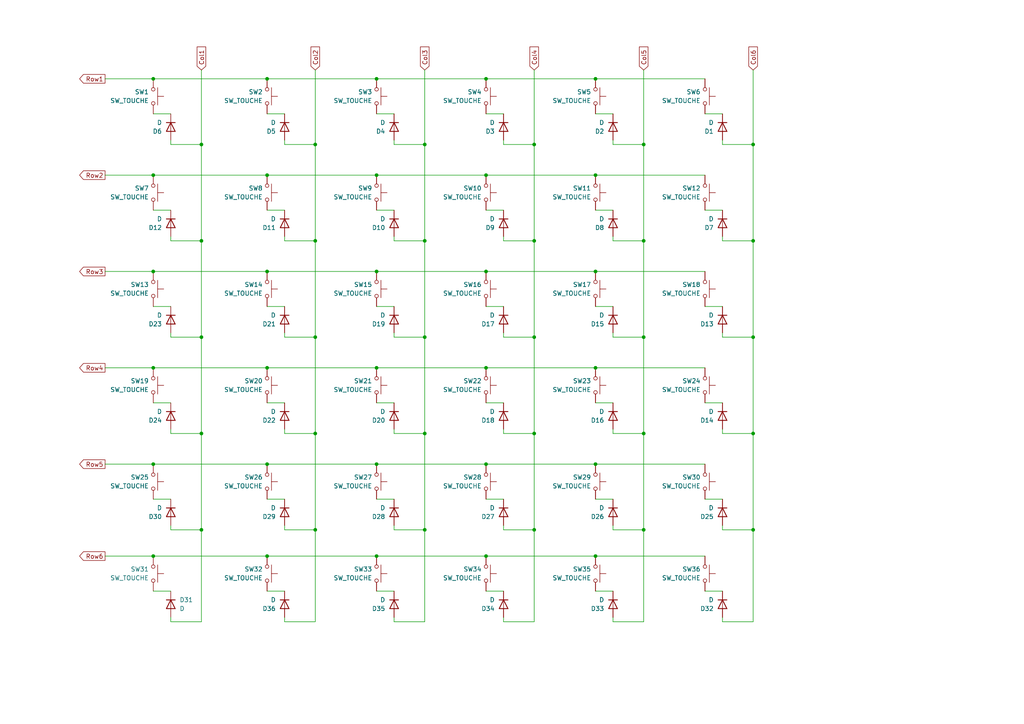
<source format=kicad_sch>
(kicad_sch (version 20231120) (generator "eeschema") (generator_version "8.0")
  (paper "A4")
  (lib_symbols
    (symbol "Device:D" (pin_numbers hide) (pin_names (offset 1.016) hide)
      (property "Reference" "D" (at 0 2.54 0))
      (property "Value" "D" (at 0 -2.54 0))
      (symbol "D_0_1"
        (polyline (pts (xy -1.27 1.27) (xy -1.27 -1.27)) (stroke (width 0.254)))
        (polyline (pts (xy 1.27 0) (xy -1.27 0)))
        (polyline (pts (xy 1.27 1.27) (xy 1.27 -1.27) (xy -1.27 0) (xy 1.27 1.27)) (stroke (width 0.254)))
      )
      (symbol "D_1_1"
        (pin passive line (at -3.81 0 0) (length 2.54) (name "K") (number "1"))
        (pin passive line (at 3.81 0 180) (length 2.54) (name "A") (number "2"))
      )
    )
    (symbol "Switch:SW_Push" (pin_numbers hide) (pin_names (offset 1.016) hide)
      (property "Reference" "SW" (at 1.27 2.54 0))
      (property "Value" "SW_Push" (at 0 -1.524 0))
      (symbol "SW_Push_0_1"
        (circle (center -2.032 0) (radius 0.508))
        (polyline (pts (xy 0 1.27) (xy 0 3.048)))
        (polyline (pts (xy 2.54 1.27) (xy -2.54 1.27)))
        (circle (center 2.032 0) (radius 0.508))
        (pin passive line (at -5.08 0 0) (length 2.54) (name "1") (number "1"))
        (pin passive line (at 5.08 0 180) (length 2.54) (name "2") (number "2"))
      )
    )
  )
  (junction (at 186.69 97.79))
  (junction (at 172.72 22.86))
  (junction (at 172.72 106.68))
  (junction (at 77.47 134.62))
  (junction (at 154.94 125.73))
  (junction (at 186.69 153.67))
  (junction (at 91.44 41.91))
  (junction (at 58.42 69.85))
  (junction (at 58.42 153.67))
  (junction (at 218.44 97.79))
  (junction (at 123.19 41.91))
  (junction (at 172.72 161.29))
  (junction (at 44.45 50.8))
  (junction (at 140.97 78.74))
  (junction (at 109.22 22.86))
  (junction (at 140.97 22.86))
  (junction (at 91.44 69.85))
  (junction (at 154.94 153.67))
  (junction (at 109.22 106.68))
  (junction (at 123.19 97.79))
  (junction (at 218.44 41.91))
  (junction (at 186.69 41.91))
  (junction (at 186.69 69.85))
  (junction (at 44.45 161.29))
  (junction (at 91.44 153.67))
  (junction (at 123.19 125.73))
  (junction (at 109.22 50.8))
  (junction (at 91.44 125.73))
  (junction (at 44.45 78.74))
  (junction (at 109.22 161.29))
  (junction (at 140.97 134.62))
  (junction (at 140.97 106.68))
  (junction (at 58.42 125.73))
  (junction (at 172.72 134.62))
  (junction (at 109.22 78.74))
  (junction (at 186.69 125.73))
  (junction (at 218.44 125.73))
  (junction (at 44.45 22.86))
  (junction (at 140.97 50.8))
  (junction (at 77.47 22.86))
  (junction (at 172.72 50.8))
  (junction (at 154.94 97.79))
  (junction (at 123.19 153.67))
  (junction (at 58.42 41.91))
  (junction (at 172.72 78.74))
  (junction (at 91.44 97.79))
  (junction (at 77.47 78.74))
  (junction (at 218.44 69.85))
  (junction (at 154.94 41.91))
  (junction (at 44.45 134.62))
  (junction (at 77.47 161.29))
  (junction (at 123.19 69.85))
  (junction (at 58.42 97.79))
  (junction (at 44.45 106.68))
  (junction (at 140.97 161.29))
  (junction (at 154.94 69.85))
  (junction (at 77.47 50.8))
  (junction (at 218.44 153.67))
  (junction (at 77.47 106.68))
  (junction (at 109.22 134.62))
  (wire (pts (xy 58.42 125.73) (xy 58.42 153.67)))
  (wire (pts (xy 82.55 41.91) (xy 91.44 41.91)))
  (wire (pts (xy 82.55 144.78) (xy 77.47 144.78)))
  (wire (pts (xy 146.05 97.79) (xy 154.94 97.79)))
  (wire (pts (xy 82.55 116.84) (xy 77.47 116.84)))
  (wire (pts (xy 146.05 124.46) (xy 146.05 125.73)))
  (wire (pts (xy 30.48 22.86) (xy 44.45 22.86)))
  (wire (pts (xy 30.48 78.74) (xy 44.45 78.74)))
  (wire (pts (xy 154.94 69.85) (xy 154.94 97.79)))
  (wire (pts (xy 49.53 124.46) (xy 49.53 125.73)))
  (wire (pts (xy 58.42 41.91) (xy 58.42 69.85)))
  (wire (pts (xy 114.3 179.07) (xy 114.3 180.34)))
  (wire (pts (xy 218.44 153.67) (xy 218.44 180.34)))
  (wire (pts (xy 77.47 60.96) (xy 82.55 60.96)))
  (wire (pts (xy 109.22 134.62) (xy 140.97 134.62)))
  (wire (pts (xy 49.53 152.4) (xy 49.53 153.67)))
  (wire (pts (xy 82.55 180.34) (xy 91.44 180.34)))
  (wire (pts (xy 49.53 33.02) (xy 44.45 33.02)))
  (wire (pts (xy 49.53 180.34) (xy 58.42 180.34)))
  (wire (pts (xy 209.55 60.96) (xy 204.47 60.96)))
  (wire (pts (xy 109.22 60.96) (xy 114.3 60.96)))
  (wire (pts (xy 49.53 60.96) (xy 44.45 60.96)))
  (wire (pts (xy 30.48 134.62) (xy 44.45 134.62)))
  (wire (pts (xy 49.53 153.67) (xy 58.42 153.67)))
  (wire (pts (xy 154.94 97.79) (xy 154.94 125.73)))
  (wire (pts (xy 123.19 41.91) (xy 123.19 69.85)))
  (wire (pts (xy 44.45 22.86) (xy 77.47 22.86)))
  (wire (pts (xy 114.3 125.73) (xy 123.19 125.73)))
  (wire (pts (xy 58.42 20.32) (xy 58.42 41.91)))
  (wire (pts (xy 91.44 69.85) (xy 91.44 97.79)))
  (wire (pts (xy 77.47 106.68) (xy 109.22 106.68)))
  (wire (pts (xy 209.55 125.73) (xy 218.44 125.73)))
  (wire (pts (xy 82.55 96.52) (xy 82.55 97.79)))
  (wire (pts (xy 114.3 96.52) (xy 114.3 97.79)))
  (wire (pts (xy 146.05 96.52) (xy 146.05 97.79)))
  (wire (pts (xy 209.55 152.4) (xy 209.55 153.67)))
  (wire (pts (xy 186.69 153.67) (xy 186.69 180.34)))
  (wire (pts (xy 44.45 78.74) (xy 77.47 78.74)))
  (wire (pts (xy 44.45 106.68) (xy 77.47 106.68)))
  (wire (pts (xy 49.53 125.73) (xy 58.42 125.73)))
  (wire (pts (xy 77.47 78.74) (xy 109.22 78.74)))
  (wire (pts (xy 209.55 41.91) (xy 218.44 41.91)))
  (wire (pts (xy 58.42 69.85) (xy 58.42 97.79)))
  (wire (pts (xy 140.97 161.29) (xy 172.72 161.29)))
  (wire (pts (xy 177.8 153.67) (xy 186.69 153.67)))
  (wire (pts (xy 114.3 152.4) (xy 114.3 153.67)))
  (wire (pts (xy 49.53 41.91) (xy 58.42 41.91)))
  (wire (pts (xy 146.05 153.67) (xy 154.94 153.67)))
  (wire (pts (xy 172.72 88.9) (xy 177.8 88.9)))
  (wire (pts (xy 123.19 153.67) (xy 123.19 180.34)))
  (wire (pts (xy 146.05 68.58) (xy 146.05 69.85)))
  (wire (pts (xy 177.8 116.84) (xy 172.72 116.84)))
  (wire (pts (xy 209.55 97.79) (xy 218.44 97.79)))
  (wire (pts (xy 49.53 171.45) (xy 44.45 171.45)))
  (wire (pts (xy 114.3 33.02) (xy 109.22 33.02)))
  (wire (pts (xy 177.8 125.73) (xy 186.69 125.73)))
  (wire (pts (xy 177.8 96.52) (xy 177.8 97.79)))
  (wire (pts (xy 154.94 153.67) (xy 154.94 180.34)))
  (wire (pts (xy 114.3 144.78) (xy 109.22 144.78)))
  (wire (pts (xy 123.19 20.32) (xy 123.19 41.91)))
  (wire (pts (xy 177.8 40.64) (xy 177.8 41.91)))
  (wire (pts (xy 109.22 50.8) (xy 140.97 50.8)))
  (wire (pts (xy 30.48 106.68) (xy 44.45 106.68)))
  (wire (pts (xy 177.8 33.02) (xy 172.72 33.02)))
  (wire (pts (xy 82.55 125.73) (xy 91.44 125.73)))
  (wire (pts (xy 177.8 171.45) (xy 172.72 171.45)))
  (wire (pts (xy 177.8 144.78) (xy 172.72 144.78)))
  (wire (pts (xy 114.3 153.67) (xy 123.19 153.67)))
  (wire (pts (xy 91.44 97.79) (xy 91.44 125.73)))
  (wire (pts (xy 77.47 161.29) (xy 109.22 161.29)))
  (wire (pts (xy 172.72 78.74) (xy 204.47 78.74)))
  (wire (pts (xy 58.42 97.79) (xy 58.42 125.73)))
  (wire (pts (xy 82.55 33.02) (xy 77.47 33.02)))
  (wire (pts (xy 44.45 161.29) (xy 77.47 161.29)))
  (wire (pts (xy 177.8 180.34) (xy 186.69 180.34)))
  (wire (pts (xy 44.45 134.62) (xy 77.47 134.62)))
  (wire (pts (xy 91.44 41.91) (xy 91.44 69.85)))
  (wire (pts (xy 172.72 134.62) (xy 204.47 134.62)))
  (wire (pts (xy 146.05 180.34) (xy 154.94 180.34)))
  (wire (pts (xy 209.55 171.45) (xy 204.47 171.45)))
  (wire (pts (xy 172.72 60.96) (xy 177.8 60.96)))
  (wire (pts (xy 58.42 153.67) (xy 58.42 180.34)))
  (wire (pts (xy 177.8 97.79) (xy 186.69 97.79)))
  (wire (pts (xy 172.72 106.68) (xy 204.47 106.68)))
  (wire (pts (xy 82.55 69.85) (xy 91.44 69.85)))
  (wire (pts (xy 186.69 97.79) (xy 186.69 125.73)))
  (wire (pts (xy 44.45 50.8) (xy 77.47 50.8)))
  (wire (pts (xy 209.55 33.02) (xy 204.47 33.02)))
  (wire (pts (xy 82.55 153.67) (xy 91.44 153.67)))
  (wire (pts (xy 146.05 144.78) (xy 140.97 144.78)))
  (wire (pts (xy 146.05 179.07) (xy 146.05 180.34)))
  (wire (pts (xy 109.22 22.86) (xy 140.97 22.86)))
  (wire (pts (xy 209.55 116.84) (xy 204.47 116.84)))
  (wire (pts (xy 209.55 68.58) (xy 209.55 69.85)))
  (wire (pts (xy 146.05 116.84) (xy 140.97 116.84)))
  (wire (pts (xy 123.19 97.79) (xy 123.19 125.73)))
  (wire (pts (xy 209.55 88.9) (xy 204.47 88.9)))
  (wire (pts (xy 49.53 69.85) (xy 58.42 69.85)))
  (wire (pts (xy 49.53 68.58) (xy 49.53 69.85)))
  (wire (pts (xy 114.3 171.45) (xy 109.22 171.45)))
  (wire (pts (xy 218.44 41.91) (xy 218.44 69.85)))
  (wire (pts (xy 82.55 171.45) (xy 77.47 171.45)))
  (wire (pts (xy 140.97 22.86) (xy 172.72 22.86)))
  (wire (pts (xy 209.55 153.67) (xy 218.44 153.67)))
  (wire (pts (xy 146.05 152.4) (xy 146.05 153.67)))
  (wire (pts (xy 114.3 124.46) (xy 114.3 125.73)))
  (wire (pts (xy 30.48 50.8) (xy 44.45 50.8)))
  (wire (pts (xy 49.53 179.07) (xy 49.53 180.34)))
  (wire (pts (xy 140.97 106.68) (xy 172.72 106.68)))
  (wire (pts (xy 146.05 125.73) (xy 154.94 125.73)))
  (wire (pts (xy 209.55 144.78) (xy 204.47 144.78)))
  (wire (pts (xy 186.69 125.73) (xy 186.69 153.67)))
  (wire (pts (xy 114.3 69.85) (xy 123.19 69.85)))
  (wire (pts (xy 146.05 41.91) (xy 154.94 41.91)))
  (wire (pts (xy 177.8 179.07) (xy 177.8 180.34)))
  (wire (pts (xy 209.55 180.34) (xy 218.44 180.34)))
  (wire (pts (xy 209.55 69.85) (xy 218.44 69.85)))
  (wire (pts (xy 109.22 106.68) (xy 140.97 106.68)))
  (wire (pts (xy 140.97 88.9) (xy 146.05 88.9)))
  (wire (pts (xy 172.72 22.86) (xy 204.47 22.86)))
  (wire (pts (xy 82.55 40.64) (xy 82.55 41.91)))
  (wire (pts (xy 77.47 50.8) (xy 109.22 50.8)))
  (wire (pts (xy 82.55 152.4) (xy 82.55 153.67)))
  (wire (pts (xy 177.8 69.85) (xy 186.69 69.85)))
  (wire (pts (xy 146.05 40.64) (xy 146.05 41.91)))
  (wire (pts (xy 140.97 60.96) (xy 146.05 60.96)))
  (wire (pts (xy 140.97 134.62) (xy 172.72 134.62)))
  (wire (pts (xy 114.3 68.58) (xy 114.3 69.85)))
  (wire (pts (xy 154.94 20.32) (xy 154.94 41.91)))
  (wire (pts (xy 91.44 153.67) (xy 91.44 180.34)))
  (wire (pts (xy 123.19 125.73) (xy 123.19 153.67)))
  (wire (pts (xy 186.69 41.91) (xy 186.69 69.85)))
  (wire (pts (xy 82.55 68.58) (xy 82.55 69.85)))
  (wire (pts (xy 91.44 125.73) (xy 91.44 153.67)))
  (wire (pts (xy 49.53 144.78) (xy 44.45 144.78)))
  (wire (pts (xy 218.44 97.79) (xy 218.44 125.73)))
  (wire (pts (xy 114.3 116.84) (xy 109.22 116.84)))
  (wire (pts (xy 218.44 69.85) (xy 218.44 97.79)))
  (wire (pts (xy 140.97 78.74) (xy 172.72 78.74)))
  (wire (pts (xy 218.44 20.32) (xy 218.44 41.91)))
  (wire (pts (xy 49.53 40.64) (xy 49.53 41.91)))
  (wire (pts (xy 91.44 20.32) (xy 91.44 41.91)))
  (wire (pts (xy 172.72 161.29) (xy 204.47 161.29)))
  (wire (pts (xy 146.05 69.85) (xy 154.94 69.85)))
  (wire (pts (xy 82.55 179.07) (xy 82.55 180.34)))
  (wire (pts (xy 82.55 124.46) (xy 82.55 125.73)))
  (wire (pts (xy 114.3 97.79) (xy 123.19 97.79)))
  (wire (pts (xy 114.3 180.34) (xy 123.19 180.34)))
  (wire (pts (xy 209.55 124.46) (xy 209.55 125.73)))
  (wire (pts (xy 49.53 88.9) (xy 44.45 88.9)))
  (wire (pts (xy 109.22 161.29) (xy 140.97 161.29)))
  (wire (pts (xy 140.97 50.8) (xy 172.72 50.8)))
  (wire (pts (xy 114.3 41.91) (xy 123.19 41.91)))
  (wire (pts (xy 209.55 40.64) (xy 209.55 41.91)))
  (wire (pts (xy 109.22 88.9) (xy 114.3 88.9)))
  (wire (pts (xy 49.53 116.84) (xy 44.45 116.84)))
  (wire (pts (xy 154.94 41.91) (xy 154.94 69.85)))
  (wire (pts (xy 154.94 125.73) (xy 154.94 153.67)))
  (wire (pts (xy 209.55 96.52) (xy 209.55 97.79)))
  (wire (pts (xy 146.05 171.45) (xy 140.97 171.45)))
  (wire (pts (xy 123.19 69.85) (xy 123.19 97.79)))
  (wire (pts (xy 177.8 68.58) (xy 177.8 69.85)))
  (wire (pts (xy 186.69 69.85) (xy 186.69 97.79)))
  (wire (pts (xy 77.47 88.9) (xy 82.55 88.9)))
  (wire (pts (xy 49.53 97.79) (xy 58.42 97.79)))
  (wire (pts (xy 209.55 179.07) (xy 209.55 180.34)))
  (wire (pts (xy 77.47 22.86) (xy 109.22 22.86)))
  (wire (pts (xy 218.44 125.73) (xy 218.44 153.67)))
  (wire (pts (xy 177.8 124.46) (xy 177.8 125.73)))
  (wire (pts (xy 114.3 40.64) (xy 114.3 41.91)))
  (wire (pts (xy 146.05 33.02) (xy 140.97 33.02)))
  (wire (pts (xy 82.55 97.79) (xy 91.44 97.79)))
  (wire (pts (xy 109.22 78.74) (xy 140.97 78.74)))
  (wire (pts (xy 186.69 20.32) (xy 186.69 41.91)))
  (wire (pts (xy 77.47 134.62) (xy 109.22 134.62)))
  (wire (pts (xy 172.72 50.8) (xy 204.47 50.8)))
  (wire (pts (xy 30.48 161.29) (xy 44.45 161.29)))
  (wire (pts (xy 49.53 96.52) (xy 49.53 97.79)))
  (wire (pts (xy 177.8 41.91) (xy 186.69 41.91)))
  (wire (pts (xy 177.8 152.4) (xy 177.8 153.67)))
  (global_label "Row6" (shape output) (at 30.48 161.29 180) (property "Intersheetrefs" "${INTERSHEET_REFS}" (effects (hide yes))))
  (global_label "Col3" (shape input) (at 123.19 20.32 90) (property "Intersheetrefs" "${INTERSHEET_REFS}" (effects (hide yes))))
  (global_label "Col2" (shape input) (at 91.44 20.32 90) (property "Intersheetrefs" "${INTERSHEET_REFS}" (effects (hide yes))))
  (global_label "Row2" (shape output) (at 30.48 50.8 180) (property "Intersheetrefs" "${INTERSHEET_REFS}" (effects (hide yes))))
  (global_label "Col1" (shape input) (at 58.42 20.32 90) (property "Intersheetrefs" "${INTERSHEET_REFS}" (effects (hide yes))))
  (global_label "Col6" (shape input) (at 218.44 20.32 90) (property "Intersheetrefs" "${INTERSHEET_REFS}" (effects (hide yes))))
  (global_label "Row5" (shape output) (at 30.48 134.62 180) (property "Intersheetrefs" "${INTERSHEET_REFS}" (effects (hide yes))))
  (global_label "Row1" (shape output) (at 30.48 22.86 180) (property "Intersheetrefs" "${INTERSHEET_REFS}" (effects (hide yes))))
  (global_label "Row3" (shape output) (at 30.48 78.74 180) (property "Intersheetrefs" "${INTERSHEET_REFS}" (effects (hide yes))))
  (global_label "Col4" (shape input) (at 154.94 20.32 90) (property "Intersheetrefs" "${INTERSHEET_REFS}" (effects (hide yes))))
  (global_label "Col5" (shape input) (at 186.69 20.32 90) (property "Intersheetrefs" "${INTERSHEET_REFS}" (effects (hide yes))))
  (global_label "Row4" (shape output) (at 30.48 106.68 180) (property "Intersheetrefs" "${INTERSHEET_REFS}" (effects (hide yes))))
  (symbol (lib_id "Switch:SW_Push") (at 77.47 55.88 270) (unit 1)
    (property "Reference" "SW8" (at 76.2 54.6099 90) (effects (justify right)))
    (property "Value" "SW_TOUCHE" (at 76.2 57.1499 90) (effects (justify right)))
    (property "Footprint" "Button_Switch_THT:SW_PUSH_6mm" (effects (hide yes)))
    (property "Description" "Push button switch, generic, two pins" (effects (hide yes)))
  )
  (symbol (lib_id "Switch:SW_Push") (at 77.47 139.7 270) (unit 1)
    (property "Reference" "SW26" (at 76.2 138.4299 90) (effects (justify right)))
    (property "Value" "SW_TOUCHE" (at 76.2 140.9699 90) (effects (justify right)))
    (property "Footprint" "Button_Switch_THT:SW_PUSH_6mm" (effects (hide yes)))
    (property "Description" "Push button switch, generic, two pins" (effects (hide yes)))
  )
  (symbol (lib_id "Device:D") (at 177.8 92.71 270) (unit 1)
    (property "Reference" "D15" (at 175.26 93.9801 90) (effects (justify right)))
    (property "Value" "D" (at 175.26 91.4401 90) (effects (justify right)))
    (property "Footprint" "Resistor_THT:R_Axial_DIN0204_L3.6mm_D1.6mm_P5.08mm_Horizontal" (effects (hide yes)))
    (property "Description" "Diode" (effects (hide yes)))
    (property "Sim.Device" "D" (effects (hide yes)))
    (property "Sim.Pins" "1=K 2=A" (effects (hide yes)))
  )
  (symbol (lib_id "Switch:SW_Push") (at 109.22 83.82 270) (unit 1)
    (property "Reference" "SW15" (at 107.95 82.5499 90) (effects (justify right)))
    (property "Value" "SW_TOUCHE" (at 107.95 85.0899 90) (effects (justify right)))
    (property "Footprint" "Button_Switch_THT:SW_PUSH_6mm" (effects (hide yes)))
    (property "Description" "Push button switch, generic, two pins" (effects (hide yes)))
  )
  (symbol (lib_id "Device:D") (at 82.55 92.71 270) (unit 1)
    (property "Reference" "D21" (at 80.01 93.9801 90) (effects (justify right)))
    (property "Value" "D" (at 80.01 91.4401 90) (effects (justify right)))
    (property "Footprint" "Resistor_THT:R_Axial_DIN0204_L3.6mm_D1.6mm_P5.08mm_Horizontal" (effects (hide yes)))
    (property "Description" "Diode" (effects (hide yes)))
    (property "Sim.Device" "D" (effects (hide yes)))
    (property "Sim.Pins" "1=K 2=A" (effects (hide yes)))
  )
  (symbol (lib_id "Switch:SW_Push") (at 172.72 166.37 270) (unit 1)
    (property "Reference" "SW35" (at 171.45 165.0999 90) (effects (justify right)))
    (property "Value" "SW_TOUCHE" (at 171.45 167.6399 90) (effects (justify right)))
    (property "Footprint" "Button_Switch_THT:SW_PUSH_6mm" (effects (hide yes)))
    (property "Description" "Push button switch, generic, two pins" (effects (hide yes)))
  )
  (symbol (lib_id "Switch:SW_Push") (at 140.97 83.82 270) (unit 1)
    (property "Reference" "SW16" (at 139.7 82.5499 90) (effects (justify right)))
    (property "Value" "SW_TOUCHE" (at 139.7 85.0899 90) (effects (justify right)))
    (property "Footprint" "Button_Switch_THT:SW_PUSH_6mm" (effects (hide yes)))
    (property "Description" "Push button switch, generic, two pins" (effects (hide yes)))
  )
  (symbol (lib_id "Device:D") (at 82.55 64.77 270) (unit 1)
    (property "Reference" "D11" (at 80.01 66.0401 90) (effects (justify right)))
    (property "Value" "D" (at 80.01 63.5001 90) (effects (justify right)))
    (property "Footprint" "Resistor_THT:R_Axial_DIN0204_L3.6mm_D1.6mm_P5.08mm_Horizontal" (effects (hide yes)))
    (property "Description" "Diode" (effects (hide yes)))
    (property "Sim.Device" "D" (effects (hide yes)))
    (property "Sim.Pins" "1=K 2=A" (effects (hide yes)))
  )
  (symbol (lib_id "Switch:SW_Push") (at 140.97 166.37 270) (unit 1)
    (property "Reference" "SW34" (at 139.7 165.0999 90) (effects (justify right)))
    (property "Value" "SW_TOUCHE" (at 139.7 167.6399 90) (effects (justify right)))
    (property "Footprint" "Button_Switch_THT:SW_PUSH_6mm" (effects (hide yes)))
    (property "Description" "Push button switch, generic, two pins" (effects (hide yes)))
  )
  (symbol (lib_id "Switch:SW_Push") (at 109.22 55.88 270) (unit 1)
    (property "Reference" "SW9" (at 107.95 54.6099 90) (effects (justify right)))
    (property "Value" "SW_TOUCHE" (at 107.95 57.1499 90) (effects (justify right)))
    (property "Footprint" "Button_Switch_THT:SW_PUSH_6mm" (effects (hide yes)))
    (property "Description" "Push button switch, generic, two pins" (effects (hide yes)))
  )
  (symbol (lib_id "Device:D") (at 49.53 148.59 270) (unit 1)
    (property "Reference" "D30" (at 46.99 149.8601 90) (effects (justify right)))
    (property "Value" "D" (at 46.99 147.3201 90) (effects (justify right)))
    (property "Footprint" "Resistor_THT:R_Axial_DIN0204_L3.6mm_D1.6mm_P5.08mm_Horizontal" (effects (hide yes)))
    (property "Description" "Diode" (effects (hide yes)))
    (property "Sim.Device" "D" (effects (hide yes)))
    (property "Sim.Pins" "1=K 2=A" (effects (hide yes)))
  )
  (symbol (lib_id "Switch:SW_Push") (at 140.97 111.76 270) (unit 1)
    (property "Reference" "SW22" (at 139.7 110.4899 90) (effects (justify right)))
    (property "Value" "SW_TOUCHE" (at 139.7 113.0299 90) (effects (justify right)))
    (property "Footprint" "Button_Switch_THT:SW_PUSH_6mm" (effects (hide yes)))
    (property "Description" "Push button switch, generic, two pins" (effects (hide yes)))
  )
  (symbol (lib_id "Switch:SW_Push") (at 77.47 111.76 270) (unit 1)
    (property "Reference" "SW20" (at 76.2 110.4899 90) (effects (justify right)))
    (property "Value" "SW_TOUCHE" (at 76.2 113.0299 90) (effects (justify right)))
    (property "Footprint" "Button_Switch_THT:SW_PUSH_6mm" (effects (hide yes)))
    (property "Description" "Push button switch, generic, two pins" (effects (hide yes)))
  )
  (symbol (lib_id "Device:D") (at 209.55 36.83 270) (unit 1)
    (property "Reference" "D1" (at 207.01 38.1001 90) (effects (justify right)))
    (property "Value" "D" (at 207.01 35.5601 90) (effects (justify right)))
    (property "Footprint" "Resistor_THT:R_Axial_DIN0204_L3.6mm_D1.6mm_P5.08mm_Horizontal" (effects (hide yes)))
    (property "Description" "Diode" (effects (hide yes)))
    (property "Sim.Device" "D" (effects (hide yes)))
    (property "Sim.Pins" "1=K 2=A" (effects (hide yes)))
  )
  (symbol (lib_id "Switch:SW_Push") (at 172.72 27.94 270) (unit 1)
    (property "Reference" "SW5" (at 171.45 26.6699 90) (effects (justify right)))
    (property "Value" "SW_TOUCHE" (at 171.45 29.2099 90) (effects (justify right)))
    (property "Footprint" "Button_Switch_THT:SW_PUSH_6mm" (effects (hide yes)))
    (property "Description" "Push button switch, generic, two pins" (effects (hide yes)))
  )
  (symbol (lib_id "Device:D") (at 146.05 64.77 270) (unit 1)
    (property "Reference" "D9" (at 143.51 66.0401 90) (effects (justify right)))
    (property "Value" "D" (at 143.51 63.5001 90) (effects (justify right)))
    (property "Footprint" "Resistor_THT:R_Axial_DIN0204_L3.6mm_D1.6mm_P5.08mm_Horizontal" (effects (hide yes)))
    (property "Description" "Diode" (effects (hide yes)))
    (property "Sim.Device" "D" (effects (hide yes)))
    (property "Sim.Pins" "1=K 2=A" (effects (hide yes)))
  )
  (symbol (lib_id "Switch:SW_Push") (at 204.47 139.7 270) (unit 1)
    (property "Reference" "SW30" (at 203.2 138.4299 90) (effects (justify right)))
    (property "Value" "SW_TOUCHE" (at 203.2 140.9699 90) (effects (justify right)))
    (property "Footprint" "Button_Switch_THT:SW_PUSH_6mm" (effects (hide yes)))
    (property "Description" "Push button switch, generic, two pins" (effects (hide yes)))
  )
  (symbol (lib_id "Switch:SW_Push") (at 109.22 111.76 270) (unit 1)
    (property "Reference" "SW21" (at 107.95 110.4899 90) (effects (justify right)))
    (property "Value" "SW_TOUCHE" (at 107.95 113.0299 90) (effects (justify right)))
    (property "Footprint" "Button_Switch_THT:SW_PUSH_6mm" (effects (hide yes)))
    (property "Description" "Push button switch, generic, two pins" (effects (hide yes)))
  )
  (symbol (lib_id "Device:D") (at 114.3 148.59 270) (unit 1)
    (property "Reference" "D28" (at 111.76 149.8601 90) (effects (justify right)))
    (property "Value" "D" (at 111.76 147.3201 90) (effects (justify right)))
    (property "Footprint" "Resistor_THT:R_Axial_DIN0204_L3.6mm_D1.6mm_P5.08mm_Horizontal" (effects (hide yes)))
    (property "Description" "Diode" (effects (hide yes)))
    (property "Sim.Device" "D" (effects (hide yes)))
    (property "Sim.Pins" "1=K 2=A" (effects (hide yes)))
  )
  (symbol (lib_id "Switch:SW_Push") (at 172.72 55.88 270) (unit 1)
    (property "Reference" "SW11" (at 171.45 54.6099 90) (effects (justify right)))
    (property "Value" "SW_TOUCHE" (at 171.45 57.1499 90) (effects (justify right)))
    (property "Footprint" "Button_Switch_THT:SW_PUSH_6mm" (effects (hide yes)))
    (property "Description" "Push button switch, generic, two pins" (effects (hide yes)))
  )
  (symbol (lib_id "Switch:SW_Push") (at 77.47 83.82 270) (unit 1)
    (property "Reference" "SW14" (at 76.2 82.5499 90) (effects (justify right)))
    (property "Value" "SW_TOUCHE" (at 76.2 85.0899 90) (effects (justify right)))
    (property "Footprint" "Button_Switch_THT:SW_PUSH_6mm" (effects (hide yes)))
    (property "Description" "Push button switch, generic, two pins" (effects (hide yes)))
  )
  (symbol (lib_id "Switch:SW_Push") (at 44.45 83.82 270) (unit 1)
    (property "Reference" "SW13" (at 43.18 82.5499 90) (effects (justify right)))
    (property "Value" "SW_TOUCHE" (at 43.18 85.0899 90) (effects (justify right)))
    (property "Footprint" "Button_Switch_THT:SW_PUSH_6mm" (effects (hide yes)))
    (property "Description" "Push button switch, generic, two pins" (effects (hide yes)))
  )
  (symbol (lib_id "Device:D") (at 146.05 120.65 270) (unit 1)
    (property "Reference" "D18" (at 143.51 121.9201 90) (effects (justify right)))
    (property "Value" "D" (at 143.51 119.3801 90) (effects (justify right)))
    (property "Footprint" "Resistor_THT:R_Axial_DIN0204_L3.6mm_D1.6mm_P5.08mm_Horizontal" (effects (hide yes)))
    (property "Description" "Diode" (effects (hide yes)))
    (property "Sim.Device" "D" (effects (hide yes)))
    (property "Sim.Pins" "1=K 2=A" (effects (hide yes)))
  )
  (symbol (lib_id "Device:D") (at 114.3 120.65 270) (unit 1)
    (property "Reference" "D20" (at 111.76 121.9201 90) (effects (justify right)))
    (property "Value" "D" (at 111.76 119.3801 90) (effects (justify right)))
    (property "Footprint" "Resistor_THT:R_Axial_DIN0204_L3.6mm_D1.6mm_P5.08mm_Horizontal" (effects (hide yes)))
    (property "Description" "Diode" (effects (hide yes)))
    (property "Sim.Device" "D" (effects (hide yes)))
    (property "Sim.Pins" "1=K 2=A" (effects (hide yes)))
  )
  (symbol (lib_id "Switch:SW_Push") (at 44.45 111.76 270) (unit 1)
    (property "Reference" "SW19" (at 43.18 110.4899 90) (effects (justify right)))
    (property "Value" "SW_TOUCHE" (at 43.18 113.0299 90) (effects (justify right)))
    (property "Footprint" "Button_Switch_THT:SW_PUSH_6mm" (effects (hide yes)))
    (property "Description" "Push button switch, generic, two pins" (effects (hide yes)))
  )
  (symbol (lib_id "Switch:SW_Push") (at 44.45 166.37 270) (unit 1)
    (property "Reference" "SW31" (at 43.18 165.0999 90) (effects (justify right)))
    (property "Value" "SW_TOUCHE" (at 43.18 167.6399 90) (effects (justify right)))
    (property "Footprint" "Button_Switch_THT:SW_PUSH_6mm" (effects (hide yes)))
    (property "Description" "Push button switch, generic, two pins" (effects (hide yes)))
  )
  (symbol (lib_id "Device:D") (at 49.53 36.83 270) (unit 1)
    (property "Reference" "D6" (at 46.99 38.1001 90) (effects (justify right)))
    (property "Value" "D" (at 46.99 35.5601 90) (effects (justify right)))
    (property "Footprint" "Resistor_THT:R_Axial_DIN0204_L3.6mm_D1.6mm_P5.08mm_Horizontal" (effects (hide yes)))
    (property "Description" "Diode" (effects (hide yes)))
    (property "Sim.Device" "D" (effects (hide yes)))
    (property "Sim.Pins" "1=K 2=A" (effects (hide yes)))
  )
  (symbol (lib_id "Switch:SW_Push") (at 204.47 27.94 270) (unit 1)
    (property "Reference" "SW6" (at 203.2 26.6699 90) (effects (justify right)))
    (property "Value" "SW_TOUCHE" (at 203.2 29.2099 90) (effects (justify right)))
    (property "Footprint" "Button_Switch_THT:SW_PUSH_6mm" (effects (hide yes)))
    (property "Description" "Push button switch, generic, two pins" (effects (hide yes)))
  )
  (symbol (lib_id "Switch:SW_Push") (at 77.47 166.37 270) (unit 1)
    (property "Reference" "SW32" (at 76.2 165.0999 90) (effects (justify right)))
    (property "Value" "SW_TOUCHE" (at 76.2 167.6399 90) (effects (justify right)))
    (property "Footprint" "Button_Switch_THT:SW_PUSH_6mm" (effects (hide yes)))
    (property "Description" "Push button switch, generic, two pins" (effects (hide yes)))
  )
  (symbol (lib_id "Device:D") (at 82.55 36.83 270) (unit 1)
    (property "Reference" "D5" (at 80.01 38.1001 90) (effects (justify right)))
    (property "Value" "D" (at 80.01 35.5601 90) (effects (justify right)))
    (property "Footprint" "Resistor_THT:R_Axial_DIN0204_L3.6mm_D1.6mm_P5.08mm_Horizontal" (effects (hide yes)))
    (property "Description" "Diode" (effects (hide yes)))
    (property "Sim.Device" "D" (effects (hide yes)))
    (property "Sim.Pins" "1=K 2=A" (effects (hide yes)))
  )
  (symbol (lib_id "Switch:SW_Push") (at 44.45 139.7 270) (unit 1)
    (property "Reference" "SW25" (at 43.18 138.4299 90) (effects (justify right)))
    (property "Value" "SW_TOUCHE" (at 43.18 140.9699 90) (effects (justify right)))
    (property "Footprint" "Button_Switch_THT:SW_PUSH_6mm" (effects (hide yes)))
    (property "Description" "Push button switch, generic, two pins" (effects (hide yes)))
  )
  (symbol (lib_id "Device:D") (at 146.05 36.83 270) (unit 1)
    (property "Reference" "D3" (at 143.51 38.1001 90) (effects (justify right)))
    (property "Value" "D" (at 143.51 35.5601 90) (effects (justify right)))
    (property "Footprint" "Resistor_THT:R_Axial_DIN0204_L3.6mm_D1.6mm_P5.08mm_Horizontal" (effects (hide yes)))
    (property "Description" "Diode" (effects (hide yes)))
    (property "Sim.Device" "D" (effects (hide yes)))
    (property "Sim.Pins" "1=K 2=A" (effects (hide yes)))
  )
  (symbol (lib_id "Device:D") (at 114.3 175.26 270) (unit 1)
    (property "Reference" "D35" (at 111.76 176.5301 90) (effects (justify right)))
    (property "Value" "D" (at 111.76 173.9901 90) (effects (justify right)))
    (property "Footprint" "Resistor_THT:R_Axial_DIN0204_L3.6mm_D1.6mm_P5.08mm_Horizontal" (effects (hide yes)))
    (property "Description" "Diode" (effects (hide yes)))
    (property "Sim.Device" "D" (effects (hide yes)))
    (property "Sim.Pins" "1=K 2=A" (effects (hide yes)))
  )
  (symbol (lib_id "Device:D") (at 209.55 120.65 270) (unit 1)
    (property "Reference" "D14" (at 207.01 121.9201 90) (effects (justify right)))
    (property "Value" "D" (at 207.01 119.3801 90) (effects (justify right)))
    (property "Footprint" "Resistor_THT:R_Axial_DIN0204_L3.6mm_D1.6mm_P5.08mm_Horizontal" (effects (hide yes)))
    (property "Description" "Diode" (effects (hide yes)))
    (property "Sim.Device" "D" (effects (hide yes)))
    (property "Sim.Pins" "1=K 2=A" (effects (hide yes)))
  )
  (symbol (lib_id "Device:D") (at 177.8 148.59 270) (unit 1)
    (property "Reference" "D26" (at 175.26 149.8601 90) (effects (justify right)))
    (property "Value" "D" (at 175.26 147.3201 90) (effects (justify right)))
    (property "Footprint" "Resistor_THT:R_Axial_DIN0204_L3.6mm_D1.6mm_P5.08mm_Horizontal" (effects (hide yes)))
    (property "Description" "Diode" (effects (hide yes)))
    (property "Sim.Device" "D" (effects (hide yes)))
    (property "Sim.Pins" "1=K 2=A" (effects (hide yes)))
  )
  (symbol (lib_id "Switch:SW_Push") (at 109.22 139.7 270) (unit 1)
    (property "Reference" "SW27" (at 107.95 138.4299 90) (effects (justify right)))
    (property "Value" "SW_TOUCHE" (at 107.95 140.9699 90) (effects (justify right)))
    (property "Footprint" "Button_Switch_THT:SW_PUSH_6mm" (effects (hide yes)))
    (property "Description" "Push button switch, generic, two pins" (effects (hide yes)))
  )
  (symbol (lib_id "Device:D") (at 82.55 120.65 270) (unit 1)
    (property "Reference" "D22" (at 80.01 121.9201 90) (effects (justify right)))
    (property "Value" "D" (at 80.01 119.3801 90) (effects (justify right)))
    (property "Footprint" "Resistor_THT:R_Axial_DIN0204_L3.6mm_D1.6mm_P5.08mm_Horizontal" (effects (hide yes)))
    (property "Description" "Diode" (effects (hide yes)))
    (property "Sim.Device" "D" (effects (hide yes)))
    (property "Sim.Pins" "1=K 2=A" (effects (hide yes)))
  )
  (symbol (lib_id "Switch:SW_Push") (at 172.72 83.82 270) (unit 1)
    (property "Reference" "SW17" (at 171.45 82.5499 90) (effects (justify right)))
    (property "Value" "SW_TOUCHE" (at 171.45 85.0899 90) (effects (justify right)))
    (property "Footprint" "Button_Switch_THT:SW_PUSH_6mm" (effects (hide yes)))
    (property "Description" "Push button switch, generic, two pins" (effects (hide yes)))
  )
  (symbol (lib_id "Device:D") (at 114.3 36.83 270) (unit 1)
    (property "Reference" "D4" (at 111.76 38.1001 90) (effects (justify right)))
    (property "Value" "D" (at 111.76 35.5601 90) (effects (justify right)))
    (property "Footprint" "Resistor_THT:R_Axial_DIN0204_L3.6mm_D1.6mm_P5.08mm_Horizontal" (effects (hide yes)))
    (property "Description" "Diode" (effects (hide yes)))
    (property "Sim.Device" "D" (effects (hide yes)))
    (property "Sim.Pins" "1=K 2=A" (effects (hide yes)))
  )
  (symbol (lib_id "Device:D") (at 49.53 120.65 270) (unit 1)
    (property "Reference" "D24" (at 46.99 121.9201 90) (effects (justify right)))
    (property "Value" "D" (at 46.99 119.3801 90) (effects (justify right)))
    (property "Footprint" "Resistor_THT:R_Axial_DIN0204_L3.6mm_D1.6mm_P5.08mm_Horizontal" (effects (hide yes)))
    (property "Description" "Diode" (effects (hide yes)))
    (property "Sim.Device" "D" (effects (hide yes)))
    (property "Sim.Pins" "1=K 2=A" (effects (hide yes)))
  )
  (symbol (lib_id "Device:D") (at 49.53 175.26 270) (unit 1)
    (property "Reference" "D31" (at 52.07 173.9899 90) (effects (justify left)))
    (property "Value" "D" (at 52.07 176.5299 90) (effects (justify left)))
    (property "Footprint" "Resistor_THT:R_Axial_DIN0204_L3.6mm_D1.6mm_P5.08mm_Horizontal" (effects (hide yes)))
    (property "Description" "Diode" (effects (hide yes)))
    (property "Sim.Device" "D" (effects (hide yes)))
    (property "Sim.Pins" "1=K 2=A" (effects (hide yes)))
  )
  (symbol (lib_id "Switch:SW_Push") (at 204.47 166.37 270) (unit 1)
    (property "Reference" "SW36" (at 203.2 165.0999 90) (effects (justify right)))
    (property "Value" "SW_TOUCHE" (at 203.2 167.6399 90) (effects (justify right)))
    (property "Footprint" "Button_Switch_THT:SW_PUSH_6mm" (effects (hide yes)))
    (property "Description" "Push button switch, generic, two pins" (effects (hide yes)))
  )
  (symbol (lib_id "Device:D") (at 209.55 148.59 270) (unit 1)
    (property "Reference" "D25" (at 207.01 149.8601 90) (effects (justify right)))
    (property "Value" "D" (at 207.01 147.3201 90) (effects (justify right)))
    (property "Footprint" "Resistor_THT:R_Axial_DIN0204_L3.6mm_D1.6mm_P5.08mm_Horizontal" (effects (hide yes)))
    (property "Description" "Diode" (effects (hide yes)))
    (property "Sim.Device" "D" (effects (hide yes)))
    (property "Sim.Pins" "1=K 2=A" (effects (hide yes)))
  )
  (symbol (lib_id "Switch:SW_Push") (at 172.72 111.76 270) (unit 1)
    (property "Reference" "SW23" (at 171.45 110.4899 90) (effects (justify right)))
    (property "Value" "SW_TOUCHE" (at 171.45 113.0299 90) (effects (justify right)))
    (property "Footprint" "Button_Switch_THT:SW_PUSH_6mm" (effects (hide yes)))
    (property "Description" "Push button switch, generic, two pins" (effects (hide yes)))
  )
  (symbol (lib_id "Device:D") (at 177.8 64.77 270) (unit 1)
    (property "Reference" "D8" (at 175.26 66.0401 90) (effects (justify right)))
    (property "Value" "D" (at 175.26 63.5001 90) (effects (justify right)))
    (property "Footprint" "Resistor_THT:R_Axial_DIN0204_L3.6mm_D1.6mm_P5.08mm_Horizontal" (effects (hide yes)))
    (property "Description" "Diode" (effects (hide yes)))
    (property "Sim.Device" "D" (effects (hide yes)))
    (property "Sim.Pins" "1=K 2=A" (effects (hide yes)))
  )
  (symbol (lib_id "Device:D") (at 146.05 92.71 270) (unit 1)
    (property "Reference" "D17" (at 143.51 93.9801 90) (effects (justify right)))
    (property "Value" "D" (at 143.51 91.4401 90) (effects (justify right)))
    (property "Footprint" "Resistor_THT:R_Axial_DIN0204_L3.6mm_D1.6mm_P5.08mm_Horizontal" (effects (hide yes)))
    (property "Description" "Diode" (effects (hide yes)))
    (property "Sim.Device" "D" (effects (hide yes)))
    (property "Sim.Pins" "1=K 2=A" (effects (hide yes)))
  )
  (symbol (lib_id "Device:D") (at 209.55 64.77 270) (unit 1)
    (property "Reference" "D7" (at 207.01 66.0401 90) (effects (justify right)))
    (property "Value" "D" (at 207.01 63.5001 90) (effects (justify right)))
    (property "Footprint" "Resistor_THT:R_Axial_DIN0204_L3.6mm_D1.6mm_P5.08mm_Horizontal" (effects (hide yes)))
    (property "Description" "Diode" (effects (hide yes)))
    (property "Sim.Device" "D" (effects (hide yes)))
    (property "Sim.Pins" "1=K 2=A" (effects (hide yes)))
  )
  (symbol (lib_id "Device:D") (at 209.55 175.26 270) (unit 1)
    (property "Reference" "D32" (at 207.01 176.5301 90) (effects (justify right)))
    (property "Value" "D" (at 207.01 173.9901 90) (effects (justify right)))
    (property "Footprint" "Resistor_THT:R_Axial_DIN0204_L3.6mm_D1.6mm_P5.08mm_Horizontal" (effects (hide yes)))
    (property "Description" "Diode" (effects (hide yes)))
    (property "Sim.Device" "D" (effects (hide yes)))
    (property "Sim.Pins" "1=K 2=A" (effects (hide yes)))
  )
  (symbol (lib_id "Switch:SW_Push") (at 109.22 166.37 270) (unit 1)
    (property "Reference" "SW33" (at 107.95 165.0999 90) (effects (justify right)))
    (property "Value" "SW_TOUCHE" (at 107.95 167.6399 90) (effects (justify right)))
    (property "Footprint" "Button_Switch_THT:SW_PUSH_6mm" (effects (hide yes)))
    (property "Description" "Push button switch, generic, two pins" (effects (hide yes)))
  )
  (symbol (lib_id "Switch:SW_Push") (at 77.47 27.94 270) (unit 1)
    (property "Reference" "SW2" (at 76.2 26.6699 90) (effects (justify right)))
    (property "Value" "SW_TOUCHE" (at 76.2 29.2099 90) (effects (justify right)))
    (property "Footprint" "Button_Switch_THT:SW_PUSH_6mm" (effects (hide yes)))
    (property "Description" "Push button switch, generic, two pins" (effects (hide yes)))
  )
  (symbol (lib_id "Device:D") (at 82.55 175.26 270) (unit 1)
    (property "Reference" "D36" (at 80.01 176.5301 90) (effects (justify right)))
    (property "Value" "D" (at 80.01 173.9901 90) (effects (justify right)))
    (property "Footprint" "Resistor_THT:R_Axial_DIN0204_L3.6mm_D1.6mm_P5.08mm_Horizontal" (effects (hide yes)))
    (property "Description" "Diode" (effects (hide yes)))
    (property "Sim.Device" "D" (effects (hide yes)))
    (property "Sim.Pins" "1=K 2=A" (effects (hide yes)))
  )
  (symbol (lib_id "Device:D") (at 82.55 148.59 270) (unit 1)
    (property "Reference" "D29" (at 80.01 149.8601 90) (effects (justify right)))
    (property "Value" "D" (at 80.01 147.3201 90) (effects (justify right)))
    (property "Footprint" "Resistor_THT:R_Axial_DIN0204_L3.6mm_D1.6mm_P5.08mm_Horizontal" (effects (hide yes)))
    (property "Description" "Diode" (effects (hide yes)))
    (property "Sim.Device" "D" (effects (hide yes)))
    (property "Sim.Pins" "1=K 2=A" (effects (hide yes)))
  )
  (symbol (lib_id "Device:D") (at 209.55 92.71 270) (unit 1)
    (property "Reference" "D13" (at 207.01 93.9801 90) (effects (justify right)))
    (property "Value" "D" (at 207.01 91.4401 90) (effects (justify right)))
    (property "Footprint" "Resistor_THT:R_Axial_DIN0204_L3.6mm_D1.6mm_P5.08mm_Horizontal" (effects (hide yes)))
    (property "Description" "Diode" (effects (hide yes)))
    (property "Sim.Device" "D" (effects (hide yes)))
    (property "Sim.Pins" "1=K 2=A" (effects (hide yes)))
  )
  (symbol (lib_id "Switch:SW_Push") (at 204.47 83.82 270) (unit 1)
    (property "Reference" "SW18" (at 203.2 82.5499 90) (effects (justify right)))
    (property "Value" "SW_TOUCHE" (at 203.2 85.0899 90) (effects (justify right)))
    (property "Footprint" "Button_Switch_THT:SW_PUSH_6mm" (effects (hide yes)))
    (property "Description" "Push button switch, generic, two pins" (effects (hide yes)))
  )
  (symbol (lib_id "Switch:SW_Push") (at 140.97 139.7 270) (unit 1)
    (property "Reference" "SW28" (at 139.7 138.4299 90) (effects (justify right)))
    (property "Value" "SW_TOUCHE" (at 139.7 140.9699 90) (effects (justify right)))
    (property "Footprint" "Button_Switch_THT:SW_PUSH_6mm" (effects (hide yes)))
    (property "Description" "Push button switch, generic, two pins" (effects (hide yes)))
  )
  (symbol (lib_id "Device:D") (at 177.8 120.65 270) (unit 1)
    (property "Reference" "D16" (at 175.26 121.9201 90) (effects (justify right)))
    (property "Value" "D" (at 175.26 119.3801 90) (effects (justify right)))
    (property "Footprint" "Resistor_THT:R_Axial_DIN0204_L3.6mm_D1.6mm_P5.08mm_Horizontal" (effects (hide yes)))
    (property "Description" "Diode" (effects (hide yes)))
    (property "Sim.Device" "D" (effects (hide yes)))
    (property "Sim.Pins" "1=K 2=A" (effects (hide yes)))
  )
  (symbol (lib_id "Device:D") (at 177.8 36.83 270) (unit 1)
    (property "Reference" "D2" (at 175.26 38.1001 90) (effects (justify right)))
    (property "Value" "D" (at 175.26 35.5601 90) (effects (justify right)))
    (property "Footprint" "Resistor_THT:R_Axial_DIN0204_L3.6mm_D1.6mm_P5.08mm_Horizontal" (effects (hide yes)))
    (property "Description" "Diode" (effects (hide yes)))
    (property "Sim.Device" "D" (effects (hide yes)))
    (property "Sim.Pins" "1=K 2=A" (effects (hide yes)))
  )
  (symbol (lib_id "Device:D") (at 146.05 175.26 270) (unit 1)
    (property "Reference" "D34" (at 143.51 176.5301 90) (effects (justify right)))
    (property "Value" "D" (at 143.51 173.9901 90) (effects (justify right)))
    (property "Footprint" "Resistor_THT:R_Axial_DIN0204_L3.6mm_D1.6mm_P5.08mm_Horizontal" (effects (hide yes)))
    (property "Description" "Diode" (effects (hide yes)))
    (property "Sim.Device" "D" (effects (hide yes)))
    (property "Sim.Pins" "1=K 2=A" (effects (hide yes)))
  )
  (symbol (lib_id "Device:D") (at 177.8 175.26 270) (unit 1)
    (property "Reference" "D33" (at 175.26 176.5301 90) (effects (justify right)))
    (property "Value" "D" (at 175.26 173.9901 90) (effects (justify right)))
    (property "Footprint" "Resistor_THT:R_Axial_DIN0204_L3.6mm_D1.6mm_P5.08mm_Horizontal" (effects (hide yes)))
    (property "Description" "Diode" (effects (hide yes)))
    (property "Sim.Device" "D" (effects (hide yes)))
    (property "Sim.Pins" "1=K 2=A" (effects (hide yes)))
  )
  (symbol (lib_id "Switch:SW_Push") (at 109.22 27.94 270) (unit 1)
    (property "Reference" "SW3" (at 107.95 26.6699 90) (effects (justify right)))
    (property "Value" "SW_TOUCHE" (at 107.95 29.2099 90) (effects (justify right)))
    (property "Footprint" "Button_Switch_THT:SW_PUSH_6mm" (effects (hide yes)))
    (property "Description" "Push button switch, generic, two pins" (effects (hide yes)))
  )
  (symbol (lib_id "Device:D") (at 49.53 64.77 270) (unit 1)
    (property "Reference" "D12" (at 46.99 66.0401 90) (effects (justify right)))
    (property "Value" "D" (at 46.99 63.5001 90) (effects (justify right)))
    (property "Footprint" "Resistor_THT:R_Axial_DIN0204_L3.6mm_D1.6mm_P5.08mm_Horizontal" (effects (hide yes)))
    (property "Description" "Diode" (effects (hide yes)))
    (property "Sim.Device" "D" (effects (hide yes)))
    (property "Sim.Pins" "1=K 2=A" (effects (hide yes)))
  )
  (symbol (lib_id "Device:D") (at 49.53 92.71 270) (unit 1)
    (property "Reference" "D23" (at 46.99 93.9801 90) (effects (justify right)))
    (property "Value" "D" (at 46.99 91.4401 90) (effects (justify right)))
    (property "Footprint" "Resistor_THT:R_Axial_DIN0204_L3.6mm_D1.6mm_P5.08mm_Horizontal" (effects (hide yes)))
    (property "Description" "Diode" (effects (hide yes)))
    (property "Sim.Device" "D" (effects (hide yes)))
    (property "Sim.Pins" "1=K 2=A" (effects (hide yes)))
  )
  (symbol (lib_id "Switch:SW_Push") (at 204.47 111.76 270) (unit 1)
    (property "Reference" "SW24" (at 203.2 110.4899 90) (effects (justify right)))
    (property "Value" "SW_TOUCHE" (at 203.2 113.0299 90) (effects (justify right)))
    (property "Footprint" "Button_Switch_THT:SW_PUSH_6mm" (effects (hide yes)))
    (property "Description" "Push button switch, generic, two pins" (effects (hide yes)))
  )
  (symbol (lib_id "Switch:SW_Push") (at 140.97 27.94 270) (unit 1)
    (property "Reference" "SW4" (at 139.7 26.6699 90) (effects (justify right)))
    (property "Value" "SW_TOUCHE" (at 139.7 29.2099 90) (effects (justify right)))
    (property "Footprint" "Button_Switch_THT:SW_PUSH_6mm" (effects (hide yes)))
    (property "Description" "Push button switch, generic, two pins" (effects (hide yes)))
  )
  (symbol (lib_id "Switch:SW_Push") (at 204.47 55.88 270) (unit 1)
    (property "Reference" "SW12" (at 203.2 54.6099 90) (effects (justify right)))
    (property "Value" "SW_TOUCHE" (at 203.2 57.1499 90) (effects (justify right)))
    (property "Footprint" "Button_Switch_THT:SW_PUSH_6mm" (effects (hide yes)))
    (property "Description" "Push button switch, generic, two pins" (effects (hide yes)))
  )
  (symbol (lib_id "Device:D") (at 114.3 64.77 270) (unit 1)
    (property "Reference" "D10" (at 111.76 66.0401 90) (effects (justify right)))
    (property "Value" "D" (at 111.76 63.5001 90) (effects (justify right)))
    (property "Footprint" "Resistor_THT:R_Axial_DIN0204_L3.6mm_D1.6mm_P5.08mm_Horizontal" (effects (hide yes)))
    (property "Description" "Diode" (effects (hide yes)))
    (property "Sim.Device" "D" (effects (hide yes)))
    (property "Sim.Pins" "1=K 2=A" (effects (hide yes)))
  )
  (symbol (lib_id "Device:D") (at 114.3 92.71 270) (unit 1)
    (property "Reference" "D19" (at 111.76 93.9801 90) (effects (justify right)))
    (property "Value" "D" (at 111.76 91.4401 90) (effects (justify right)))
    (property "Footprint" "Resistor_THT:R_Axial_DIN0204_L3.6mm_D1.6mm_P5.08mm_Horizontal" (effects (hide yes)))
    (property "Description" "Diode" (effects (hide yes)))
    (property "Sim.Device" "D" (effects (hide yes)))
    (property "Sim.Pins" "1=K 2=A" (effects (hide yes)))
  )
  (symbol (lib_id "Switch:SW_Push") (at 44.45 55.88 270) (unit 1)
    (property "Reference" "SW7" (at 43.18 54.6099 90) (effects (justify right)))
    (property "Value" "SW_TOUCHE" (at 43.18 57.1499 90) (effects (justify right)))
    (property "Footprint" "Button_Switch_THT:SW_PUSH_6mm" (effects (hide yes)))
    (property "Description" "Push button switch, generic, two pins" (effects (hide yes)))
  )
  (symbol (lib_id "Device:D") (at 146.05 148.59 270) (unit 1)
    (property "Reference" "D27" (at 143.51 149.8601 90) (effects (justify right)))
    (property "Value" "D" (at 143.51 147.3201 90) (effects (justify right)))
    (property "Footprint" "Resistor_THT:R_Axial_DIN0204_L3.6mm_D1.6mm_P5.08mm_Horizontal" (effects (hide yes)))
    (property "Description" "Diode" (effects (hide yes)))
    (property "Sim.Device" "D" (effects (hide yes)))
    (property "Sim.Pins" "1=K 2=A" (effects (hide yes)))
  )
  (symbol (lib_id "Switch:SW_Push") (at 140.97 55.88 270) (unit 1)
    (property "Reference" "SW10" (at 139.7 54.6099 90) (effects (justify right)))
    (property "Value" "SW_TOUCHE" (at 139.7 57.1499 90) (effects (justify right)))
    (property "Footprint" "Button_Switch_THT:SW_PUSH_6mm" (effects (hide yes)))
    (property "Description" "Push button switch, generic, two pins" (effects (hide yes)))
  )
  (symbol (lib_id "Switch:SW_Push") (at 44.45 27.94 270) (unit 1)
    (property "Reference" "SW1" (at 43.18 26.6699 90) (effects (justify right)))
    (property "Value" "SW_TOUCHE" (at 43.18 29.2099 90) (effects (justify right)))
    (property "Footprint" "Button_Switch_THT:SW_PUSH_6mm" (effects (hide yes)))
    (property "Description" "Push button switch, generic, two pins" (effects (hide yes)))
  )
  (symbol (lib_id "Switch:SW_Push") (at 172.72 139.7 270) (unit 1)
    (property "Reference" "SW29" (at 171.45 138.4299 90) (effects (justify right)))
    (property "Value" "SW_TOUCHE" (at 171.45 140.9699 90) (effects (justify right)))
    (property "Footprint" "Button_Switch_THT:SW_PUSH_6mm" (effects (hide yes)))
    (property "Description" "Push button switch, generic, two pins" (effects (hide yes)))
  )
)
</source>
